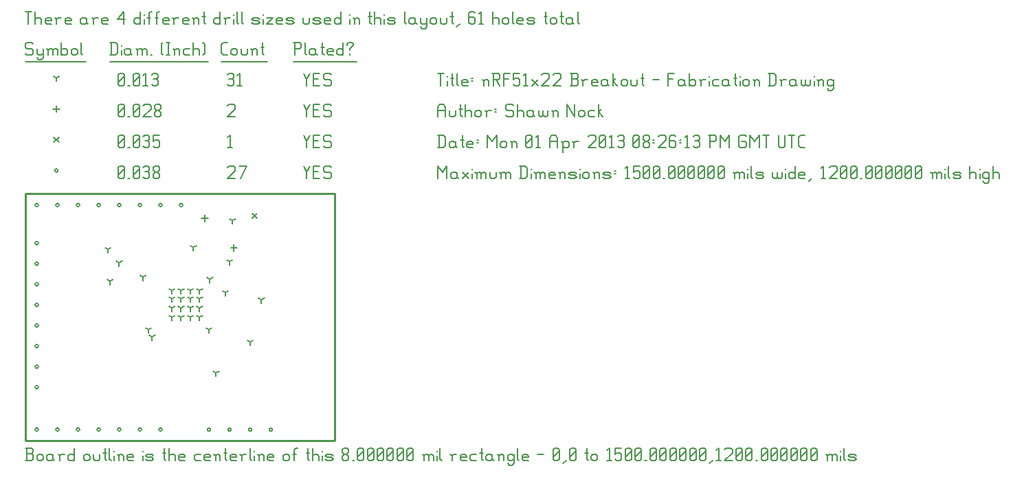
<source format=gbr>
G04 start of page 12 for group -3984 idx -3984 *
G04 Title: nRF51x22 Breakout, fab *
G04 Creator: pcb 1.99z *
G04 CreationDate: Mon 01 Apr 2013 08:26:13 PM GMT UTC *
G04 For: nock *
G04 Format: Gerber/RS-274X *
G04 PCB-Dimensions (mil): 1500.00 1200.00 *
G04 PCB-Coordinate-Origin: lower left *
%MOIN*%
%FSLAX25Y25*%
%LNFAB*%
%ADD49C,0.0100*%
%ADD48C,0.0075*%
%ADD47C,0.0060*%
%ADD46R,0.0080X0.0080*%
G54D46*X4700Y5500D02*G75*G03X6300Y5500I800J0D01*G01*
G75*G03X4700Y5500I-800J0D01*G01*
X14700D02*G75*G03X16300Y5500I800J0D01*G01*
G75*G03X14700Y5500I-800J0D01*G01*
X24700D02*G75*G03X26300Y5500I800J0D01*G01*
G75*G03X24700Y5500I-800J0D01*G01*
X34700D02*G75*G03X36300Y5500I800J0D01*G01*
G75*G03X34700Y5500I-800J0D01*G01*
X44700D02*G75*G03X46300Y5500I800J0D01*G01*
G75*G03X44700Y5500I-800J0D01*G01*
X54700D02*G75*G03X56300Y5500I800J0D01*G01*
G75*G03X54700Y5500I-800J0D01*G01*
X64700D02*G75*G03X66300Y5500I800J0D01*G01*
G75*G03X64700Y5500I-800J0D01*G01*
X4700Y96000D02*G75*G03X6300Y96000I800J0D01*G01*
G75*G03X4700Y96000I-800J0D01*G01*
Y86000D02*G75*G03X6300Y86000I800J0D01*G01*
G75*G03X4700Y86000I-800J0D01*G01*
Y76000D02*G75*G03X6300Y76000I800J0D01*G01*
G75*G03X4700Y76000I-800J0D01*G01*
Y66000D02*G75*G03X6300Y66000I800J0D01*G01*
G75*G03X4700Y66000I-800J0D01*G01*
Y56000D02*G75*G03X6300Y56000I800J0D01*G01*
G75*G03X4700Y56000I-800J0D01*G01*
Y46000D02*G75*G03X6300Y46000I800J0D01*G01*
G75*G03X4700Y46000I-800J0D01*G01*
Y36000D02*G75*G03X6300Y36000I800J0D01*G01*
G75*G03X4700Y36000I-800J0D01*G01*
Y26000D02*G75*G03X6300Y26000I800J0D01*G01*
G75*G03X4700Y26000I-800J0D01*G01*
Y114500D02*G75*G03X6300Y114500I800J0D01*G01*
G75*G03X4700Y114500I-800J0D01*G01*
X14700D02*G75*G03X16300Y114500I800J0D01*G01*
G75*G03X14700Y114500I-800J0D01*G01*
X24700D02*G75*G03X26300Y114500I800J0D01*G01*
G75*G03X24700Y114500I-800J0D01*G01*
X34700D02*G75*G03X36300Y114500I800J0D01*G01*
G75*G03X34700Y114500I-800J0D01*G01*
X44700D02*G75*G03X46300Y114500I800J0D01*G01*
G75*G03X44700Y114500I-800J0D01*G01*
X54700D02*G75*G03X56300Y114500I800J0D01*G01*
G75*G03X54700Y114500I-800J0D01*G01*
X64700D02*G75*G03X66300Y114500I800J0D01*G01*
G75*G03X64700Y114500I-800J0D01*G01*
X74700D02*G75*G03X76300Y114500I800J0D01*G01*
G75*G03X74700Y114500I-800J0D01*G01*
X88200Y5500D02*G75*G03X89800Y5500I800J0D01*G01*
G75*G03X88200Y5500I-800J0D01*G01*
X98200D02*G75*G03X99800Y5500I800J0D01*G01*
G75*G03X98200Y5500I-800J0D01*G01*
X108200D02*G75*G03X109800Y5500I800J0D01*G01*
G75*G03X108200Y5500I-800J0D01*G01*
X118200D02*G75*G03X119800Y5500I800J0D01*G01*
G75*G03X118200Y5500I-800J0D01*G01*
X14200Y131250D02*G75*G03X15800Y131250I800J0D01*G01*
G75*G03X14200Y131250I-800J0D01*G01*
G54D47*X135000Y133500D02*X136500Y130500D01*
X138000Y133500D01*
X136500Y130500D02*Y127500D01*
X139800Y130800D02*X142050D01*
X139800Y127500D02*X142800D01*
X139800Y133500D02*Y127500D01*
Y133500D02*X142800D01*
X147600D02*X148350Y132750D01*
X145350Y133500D02*X147600D01*
X144600Y132750D02*X145350Y133500D01*
X144600Y132750D02*Y131250D01*
X145350Y130500D01*
X147600D01*
X148350Y129750D01*
Y128250D01*
X147600Y127500D02*X148350Y128250D01*
X145350Y127500D02*X147600D01*
X144600Y128250D02*X145350Y127500D01*
X98000Y132750D02*X98750Y133500D01*
X101000D01*
X101750Y132750D01*
Y131250D01*
X98000Y127500D02*X101750Y131250D01*
X98000Y127500D02*X101750D01*
X104300D02*X107300Y133500D01*
X103550D02*X107300D01*
X45000Y128250D02*X45750Y127500D01*
X45000Y132750D02*Y128250D01*
Y132750D02*X45750Y133500D01*
X47250D01*
X48000Y132750D01*
Y128250D01*
X47250Y127500D02*X48000Y128250D01*
X45750Y127500D02*X47250D01*
X45000Y129000D02*X48000Y132000D01*
X49800Y127500D02*X50550D01*
X52350Y128250D02*X53100Y127500D01*
X52350Y132750D02*Y128250D01*
Y132750D02*X53100Y133500D01*
X54600D01*
X55350Y132750D01*
Y128250D01*
X54600Y127500D02*X55350Y128250D01*
X53100Y127500D02*X54600D01*
X52350Y129000D02*X55350Y132000D01*
X57150Y132750D02*X57900Y133500D01*
X59400D01*
X60150Y132750D01*
X59400Y127500D02*X60150Y128250D01*
X57900Y127500D02*X59400D01*
X57150Y128250D02*X57900Y127500D01*
Y130800D02*X59400D01*
X60150Y132750D02*Y131550D01*
Y130050D02*Y128250D01*
Y130050D02*X59400Y130800D01*
X60150Y131550D02*X59400Y130800D01*
X61950Y128250D02*X62700Y127500D01*
X61950Y129450D02*Y128250D01*
Y129450D02*X63000Y130500D01*
X63900D01*
X64950Y129450D01*
Y128250D01*
X64200Y127500D02*X64950Y128250D01*
X62700Y127500D02*X64200D01*
X61950Y131550D02*X63000Y130500D01*
X61950Y132750D02*Y131550D01*
Y132750D02*X62700Y133500D01*
X64200D01*
X64950Y132750D01*
Y131550D01*
X63900Y130500D02*X64950Y131550D01*
X109918Y110582D02*X112318Y108182D01*
X109918D02*X112318Y110582D01*
X13800Y147450D02*X16200Y145050D01*
X13800D02*X16200Y147450D01*
X135000Y148500D02*X136500Y145500D01*
X138000Y148500D01*
X136500Y145500D02*Y142500D01*
X139800Y145800D02*X142050D01*
X139800Y142500D02*X142800D01*
X139800Y148500D02*Y142500D01*
Y148500D02*X142800D01*
X147600D02*X148350Y147750D01*
X145350Y148500D02*X147600D01*
X144600Y147750D02*X145350Y148500D01*
X144600Y147750D02*Y146250D01*
X145350Y145500D01*
X147600D01*
X148350Y144750D01*
Y143250D01*
X147600Y142500D02*X148350Y143250D01*
X145350Y142500D02*X147600D01*
X144600Y143250D02*X145350Y142500D01*
X98000Y147300D02*X99200Y148500D01*
Y142500D01*
X98000D02*X100250D01*
X45000Y143250D02*X45750Y142500D01*
X45000Y147750D02*Y143250D01*
Y147750D02*X45750Y148500D01*
X47250D01*
X48000Y147750D01*
Y143250D01*
X47250Y142500D02*X48000Y143250D01*
X45750Y142500D02*X47250D01*
X45000Y144000D02*X48000Y147000D01*
X49800Y142500D02*X50550D01*
X52350Y143250D02*X53100Y142500D01*
X52350Y147750D02*Y143250D01*
Y147750D02*X53100Y148500D01*
X54600D01*
X55350Y147750D01*
Y143250D01*
X54600Y142500D02*X55350Y143250D01*
X53100Y142500D02*X54600D01*
X52350Y144000D02*X55350Y147000D01*
X57150Y147750D02*X57900Y148500D01*
X59400D01*
X60150Y147750D01*
X59400Y142500D02*X60150Y143250D01*
X57900Y142500D02*X59400D01*
X57150Y143250D02*X57900Y142500D01*
Y145800D02*X59400D01*
X60150Y147750D02*Y146550D01*
Y145050D02*Y143250D01*
Y145050D02*X59400Y145800D01*
X60150Y146550D02*X59400Y145800D01*
X61950Y148500D02*X64950D01*
X61950D02*Y145500D01*
X62700Y146250D01*
X64200D01*
X64950Y145500D01*
Y143250D01*
X64200Y142500D02*X64950Y143250D01*
X62700Y142500D02*X64200D01*
X61950Y143250D02*X62700Y142500D01*
X101142Y95458D02*Y92258D01*
X99542Y93858D02*X102742D01*
X87000Y109600D02*Y106400D01*
X85400Y108000D02*X88600D01*
X15000Y162850D02*Y159650D01*
X13400Y161250D02*X16600D01*
X135000Y163500D02*X136500Y160500D01*
X138000Y163500D01*
X136500Y160500D02*Y157500D01*
X139800Y160800D02*X142050D01*
X139800Y157500D02*X142800D01*
X139800Y163500D02*Y157500D01*
Y163500D02*X142800D01*
X147600D02*X148350Y162750D01*
X145350Y163500D02*X147600D01*
X144600Y162750D02*X145350Y163500D01*
X144600Y162750D02*Y161250D01*
X145350Y160500D01*
X147600D01*
X148350Y159750D01*
Y158250D01*
X147600Y157500D02*X148350Y158250D01*
X145350Y157500D02*X147600D01*
X144600Y158250D02*X145350Y157500D01*
X98000Y162750D02*X98750Y163500D01*
X101000D01*
X101750Y162750D01*
Y161250D01*
X98000Y157500D02*X101750Y161250D01*
X98000Y157500D02*X101750D01*
X45000Y158250D02*X45750Y157500D01*
X45000Y162750D02*Y158250D01*
Y162750D02*X45750Y163500D01*
X47250D01*
X48000Y162750D01*
Y158250D01*
X47250Y157500D02*X48000Y158250D01*
X45750Y157500D02*X47250D01*
X45000Y159000D02*X48000Y162000D01*
X49800Y157500D02*X50550D01*
X52350Y158250D02*X53100Y157500D01*
X52350Y162750D02*Y158250D01*
Y162750D02*X53100Y163500D01*
X54600D01*
X55350Y162750D01*
Y158250D01*
X54600Y157500D02*X55350Y158250D01*
X53100Y157500D02*X54600D01*
X52350Y159000D02*X55350Y162000D01*
X57150Y162750D02*X57900Y163500D01*
X60150D01*
X60900Y162750D01*
Y161250D01*
X57150Y157500D02*X60900Y161250D01*
X57150Y157500D02*X60900D01*
X62700Y158250D02*X63450Y157500D01*
X62700Y159450D02*Y158250D01*
Y159450D02*X63750Y160500D01*
X64650D01*
X65700Y159450D01*
Y158250D01*
X64950Y157500D02*X65700Y158250D01*
X63450Y157500D02*X64950D01*
X62700Y161550D02*X63750Y160500D01*
X62700Y162750D02*Y161550D01*
Y162750D02*X63450Y163500D01*
X64950D01*
X65700Y162750D01*
Y161550D01*
X64650Y160500D02*X65700Y161550D01*
X61500Y50500D02*Y48900D01*
Y50500D02*X62887Y51300D01*
X61500Y50500D02*X60113Y51300D01*
X59707Y54000D02*Y52400D01*
Y54000D02*X61094Y54800D01*
X59707Y54000D02*X58320Y54800D01*
X89000Y54000D02*Y52400D01*
Y54000D02*X90387Y54800D01*
X89000Y54000D02*X87613Y54800D01*
X109000Y48000D02*Y46400D01*
Y48000D02*X110387Y48800D01*
X109000Y48000D02*X107613Y48800D01*
X92500Y33000D02*Y31400D01*
Y33000D02*X93887Y33800D01*
X92500Y33000D02*X91113Y33800D01*
X114500Y68500D02*Y66900D01*
Y68500D02*X115887Y69300D01*
X114500Y68500D02*X113113Y69300D01*
X100500Y107000D02*Y105400D01*
Y107000D02*X101887Y107800D01*
X100500Y107000D02*X99113Y107800D01*
X81500Y94000D02*Y92400D01*
Y94000D02*X82887Y94800D01*
X81500Y94000D02*X80113Y94800D01*
X40000Y93000D02*Y91400D01*
Y93000D02*X41387Y93800D01*
X40000Y93000D02*X38613Y93800D01*
X45500Y86500D02*Y84900D01*
Y86500D02*X46887Y87300D01*
X45500Y86500D02*X44113Y87300D01*
X41000Y77500D02*Y75900D01*
Y77500D02*X42387Y78300D01*
X41000Y77500D02*X39613Y78300D01*
X71000Y73000D02*Y71400D01*
Y73000D02*X72387Y73800D01*
X71000Y73000D02*X69613Y73800D01*
X75500Y73000D02*Y71400D01*
Y73000D02*X76887Y73800D01*
X75500Y73000D02*X74113Y73800D01*
X80000Y73000D02*Y71400D01*
Y73000D02*X81387Y73800D01*
X80000Y73000D02*X78613Y73800D01*
X84500Y73000D02*Y71400D01*
Y73000D02*X85887Y73800D01*
X84500Y73000D02*X83113Y73800D01*
X84500Y69000D02*Y67400D01*
Y69000D02*X85887Y69800D01*
X84500Y69000D02*X83113Y69800D01*
X80000Y69000D02*Y67400D01*
Y69000D02*X81387Y69800D01*
X80000Y69000D02*X78613Y69800D01*
X75500Y69000D02*Y67400D01*
Y69000D02*X76887Y69800D01*
X75500Y69000D02*X74113Y69800D01*
X71000Y69000D02*Y67400D01*
Y69000D02*X72387Y69800D01*
X71000Y69000D02*X69613Y69800D01*
X71000Y64500D02*Y62900D01*
Y64500D02*X72387Y65300D01*
X71000Y64500D02*X69613Y65300D01*
X75500Y64500D02*Y62900D01*
Y64500D02*X76887Y65300D01*
X75500Y64500D02*X74113Y65300D01*
X80000Y64500D02*Y62900D01*
Y64500D02*X81387Y65300D01*
X80000Y64500D02*X78613Y65300D01*
X84500Y64500D02*Y62900D01*
Y64500D02*X85887Y65300D01*
X84500Y64500D02*X83113Y65300D01*
X84500Y60000D02*Y58400D01*
Y60000D02*X85887Y60800D01*
X84500Y60000D02*X83113Y60800D01*
X80000Y60000D02*Y58400D01*
Y60000D02*X81387Y60800D01*
X80000Y60000D02*X78613Y60800D01*
X75500Y60000D02*Y58400D01*
Y60000D02*X76887Y60800D01*
X75500Y60000D02*X74113Y60800D01*
X71000Y60000D02*Y58400D01*
Y60000D02*X72387Y60800D01*
X71000Y60000D02*X69613Y60800D01*
X57000Y79500D02*Y77900D01*
Y79500D02*X58387Y80300D01*
X57000Y79500D02*X55613Y80300D01*
X89500Y78500D02*Y76900D01*
Y78500D02*X90887Y79300D01*
X89500Y78500D02*X88113Y79300D01*
X99000Y87000D02*Y85400D01*
Y87000D02*X100387Y87800D01*
X99000Y87000D02*X97613Y87800D01*
X97000Y72000D02*Y70400D01*
Y72000D02*X98387Y72800D01*
X97000Y72000D02*X95613Y72800D01*
X15000Y176250D02*Y174650D01*
Y176250D02*X16387Y177050D01*
X15000Y176250D02*X13613Y177050D01*
X135000Y178500D02*X136500Y175500D01*
X138000Y178500D01*
X136500Y175500D02*Y172500D01*
X139800Y175800D02*X142050D01*
X139800Y172500D02*X142800D01*
X139800Y178500D02*Y172500D01*
Y178500D02*X142800D01*
X147600D02*X148350Y177750D01*
X145350Y178500D02*X147600D01*
X144600Y177750D02*X145350Y178500D01*
X144600Y177750D02*Y176250D01*
X145350Y175500D01*
X147600D01*
X148350Y174750D01*
Y173250D01*
X147600Y172500D02*X148350Y173250D01*
X145350Y172500D02*X147600D01*
X144600Y173250D02*X145350Y172500D01*
X98000Y177750D02*X98750Y178500D01*
X100250D01*
X101000Y177750D01*
X100250Y172500D02*X101000Y173250D01*
X98750Y172500D02*X100250D01*
X98000Y173250D02*X98750Y172500D01*
Y175800D02*X100250D01*
X101000Y177750D02*Y176550D01*
Y175050D02*Y173250D01*
Y175050D02*X100250Y175800D01*
X101000Y176550D02*X100250Y175800D01*
X102800Y177300D02*X104000Y178500D01*
Y172500D01*
X102800D02*X105050D01*
X45000Y173250D02*X45750Y172500D01*
X45000Y177750D02*Y173250D01*
Y177750D02*X45750Y178500D01*
X47250D01*
X48000Y177750D01*
Y173250D01*
X47250Y172500D02*X48000Y173250D01*
X45750Y172500D02*X47250D01*
X45000Y174000D02*X48000Y177000D01*
X49800Y172500D02*X50550D01*
X52350Y173250D02*X53100Y172500D01*
X52350Y177750D02*Y173250D01*
Y177750D02*X53100Y178500D01*
X54600D01*
X55350Y177750D01*
Y173250D01*
X54600Y172500D02*X55350Y173250D01*
X53100Y172500D02*X54600D01*
X52350Y174000D02*X55350Y177000D01*
X57150Y177300D02*X58350Y178500D01*
Y172500D01*
X57150D02*X59400D01*
X61200Y177750D02*X61950Y178500D01*
X63450D01*
X64200Y177750D01*
X63450Y172500D02*X64200Y173250D01*
X61950Y172500D02*X63450D01*
X61200Y173250D02*X61950Y172500D01*
Y175800D02*X63450D01*
X64200Y177750D02*Y176550D01*
Y175050D02*Y173250D01*
Y175050D02*X63450Y175800D01*
X64200Y176550D02*X63450Y175800D01*
X3000Y193500D02*X3750Y192750D01*
X750Y193500D02*X3000D01*
X0Y192750D02*X750Y193500D01*
X0Y192750D02*Y191250D01*
X750Y190500D01*
X3000D01*
X3750Y189750D01*
Y188250D01*
X3000Y187500D02*X3750Y188250D01*
X750Y187500D02*X3000D01*
X0Y188250D02*X750Y187500D01*
X5550Y190500D02*Y188250D01*
X6300Y187500D01*
X8550Y190500D02*Y186000D01*
X7800Y185250D02*X8550Y186000D01*
X6300Y185250D02*X7800D01*
X5550Y186000D02*X6300Y185250D01*
Y187500D02*X7800D01*
X8550Y188250D01*
X11100Y189750D02*Y187500D01*
Y189750D02*X11850Y190500D01*
X12600D01*
X13350Y189750D01*
Y187500D01*
Y189750D02*X14100Y190500D01*
X14850D01*
X15600Y189750D01*
Y187500D01*
X10350Y190500D02*X11100Y189750D01*
X17400Y193500D02*Y187500D01*
Y188250D02*X18150Y187500D01*
X19650D01*
X20400Y188250D01*
Y189750D02*Y188250D01*
X19650Y190500D02*X20400Y189750D01*
X18150Y190500D02*X19650D01*
X17400Y189750D02*X18150Y190500D01*
X22200Y189750D02*Y188250D01*
Y189750D02*X22950Y190500D01*
X24450D01*
X25200Y189750D01*
Y188250D01*
X24450Y187500D02*X25200Y188250D01*
X22950Y187500D02*X24450D01*
X22200Y188250D02*X22950Y187500D01*
X27000Y193500D02*Y188250D01*
X27750Y187500D01*
X0Y184250D02*X29250D01*
X41750Y193500D02*Y187500D01*
X43700Y193500D02*X44750Y192450D01*
Y188550D01*
X43700Y187500D02*X44750Y188550D01*
X41000Y187500D02*X43700D01*
X41000Y193500D02*X43700D01*
G54D48*X46550Y192000D02*Y191850D01*
G54D47*Y189750D02*Y187500D01*
X50300Y190500D02*X51050Y189750D01*
X48800Y190500D02*X50300D01*
X48050Y189750D02*X48800Y190500D01*
X48050Y189750D02*Y188250D01*
X48800Y187500D01*
X51050Y190500D02*Y188250D01*
X51800Y187500D01*
X48800D02*X50300D01*
X51050Y188250D01*
X54350Y189750D02*Y187500D01*
Y189750D02*X55100Y190500D01*
X55850D01*
X56600Y189750D01*
Y187500D01*
Y189750D02*X57350Y190500D01*
X58100D01*
X58850Y189750D01*
Y187500D01*
X53600Y190500D02*X54350Y189750D01*
X60650Y187500D02*X61400D01*
X65900Y188250D02*X66650Y187500D01*
X65900Y192750D02*X66650Y193500D01*
X65900Y192750D02*Y188250D01*
X68450Y193500D02*X69950D01*
X69200D02*Y187500D01*
X68450D02*X69950D01*
X72500Y189750D02*Y187500D01*
Y189750D02*X73250Y190500D01*
X74000D01*
X74750Y189750D01*
Y187500D01*
X71750Y190500D02*X72500Y189750D01*
X77300Y190500D02*X79550D01*
X76550Y189750D02*X77300Y190500D01*
X76550Y189750D02*Y188250D01*
X77300Y187500D01*
X79550D01*
X81350Y193500D02*Y187500D01*
Y189750D02*X82100Y190500D01*
X83600D01*
X84350Y189750D01*
Y187500D01*
X86150Y193500D02*X86900Y192750D01*
Y188250D01*
X86150Y187500D02*X86900Y188250D01*
X41000Y184250D02*X88700D01*
X96050Y187500D02*X98000D01*
X95000Y188550D02*X96050Y187500D01*
X95000Y192450D02*Y188550D01*
Y192450D02*X96050Y193500D01*
X98000D01*
X99800Y189750D02*Y188250D01*
Y189750D02*X100550Y190500D01*
X102050D01*
X102800Y189750D01*
Y188250D01*
X102050Y187500D02*X102800Y188250D01*
X100550Y187500D02*X102050D01*
X99800Y188250D02*X100550Y187500D01*
X104600Y190500D02*Y188250D01*
X105350Y187500D01*
X106850D01*
X107600Y188250D01*
Y190500D02*Y188250D01*
X110150Y189750D02*Y187500D01*
Y189750D02*X110900Y190500D01*
X111650D01*
X112400Y189750D01*
Y187500D01*
X109400Y190500D02*X110150Y189750D01*
X114950Y193500D02*Y188250D01*
X115700Y187500D01*
X114200Y191250D02*X115700D01*
X95000Y184250D02*X117200D01*
X130750Y193500D02*Y187500D01*
X130000Y193500D02*X133000D01*
X133750Y192750D01*
Y191250D01*
X133000Y190500D02*X133750Y191250D01*
X130750Y190500D02*X133000D01*
X135550Y193500D02*Y188250D01*
X136300Y187500D01*
X140050Y190500D02*X140800Y189750D01*
X138550Y190500D02*X140050D01*
X137800Y189750D02*X138550Y190500D01*
X137800Y189750D02*Y188250D01*
X138550Y187500D01*
X140800Y190500D02*Y188250D01*
X141550Y187500D01*
X138550D02*X140050D01*
X140800Y188250D01*
X144100Y193500D02*Y188250D01*
X144850Y187500D01*
X143350Y191250D02*X144850D01*
X147100Y187500D02*X149350D01*
X146350Y188250D02*X147100Y187500D01*
X146350Y189750D02*Y188250D01*
Y189750D02*X147100Y190500D01*
X148600D01*
X149350Y189750D01*
X146350Y189000D02*X149350D01*
Y189750D02*Y189000D01*
X154150Y193500D02*Y187500D01*
X153400D02*X154150Y188250D01*
X151900Y187500D02*X153400D01*
X151150Y188250D02*X151900Y187500D01*
X151150Y189750D02*Y188250D01*
Y189750D02*X151900Y190500D01*
X153400D01*
X154150Y189750D01*
X157450Y190500D02*Y189750D01*
Y188250D02*Y187500D01*
X155950Y192750D02*Y192000D01*
Y192750D02*X156700Y193500D01*
X158200D01*
X158950Y192750D01*
Y192000D01*
X157450Y190500D02*X158950Y192000D01*
X130000Y184250D02*X160750D01*
X0Y208500D02*X3000D01*
X1500D02*Y202500D01*
X4800Y208500D02*Y202500D01*
Y204750D02*X5550Y205500D01*
X7050D01*
X7800Y204750D01*
Y202500D01*
X10350D02*X12600D01*
X9600Y203250D02*X10350Y202500D01*
X9600Y204750D02*Y203250D01*
Y204750D02*X10350Y205500D01*
X11850D01*
X12600Y204750D01*
X9600Y204000D02*X12600D01*
Y204750D02*Y204000D01*
X15150Y204750D02*Y202500D01*
Y204750D02*X15900Y205500D01*
X17400D01*
X14400D02*X15150Y204750D01*
X19950Y202500D02*X22200D01*
X19200Y203250D02*X19950Y202500D01*
X19200Y204750D02*Y203250D01*
Y204750D02*X19950Y205500D01*
X21450D01*
X22200Y204750D01*
X19200Y204000D02*X22200D01*
Y204750D02*Y204000D01*
X28950Y205500D02*X29700Y204750D01*
X27450Y205500D02*X28950D01*
X26700Y204750D02*X27450Y205500D01*
X26700Y204750D02*Y203250D01*
X27450Y202500D01*
X29700Y205500D02*Y203250D01*
X30450Y202500D01*
X27450D02*X28950D01*
X29700Y203250D01*
X33000Y204750D02*Y202500D01*
Y204750D02*X33750Y205500D01*
X35250D01*
X32250D02*X33000Y204750D01*
X37800Y202500D02*X40050D01*
X37050Y203250D02*X37800Y202500D01*
X37050Y204750D02*Y203250D01*
Y204750D02*X37800Y205500D01*
X39300D01*
X40050Y204750D01*
X37050Y204000D02*X40050D01*
Y204750D02*Y204000D01*
X44550Y204750D02*X47550Y208500D01*
X44550Y204750D02*X48300D01*
X47550Y208500D02*Y202500D01*
X55800Y208500D02*Y202500D01*
X55050D02*X55800Y203250D01*
X53550Y202500D02*X55050D01*
X52800Y203250D02*X53550Y202500D01*
X52800Y204750D02*Y203250D01*
Y204750D02*X53550Y205500D01*
X55050D01*
X55800Y204750D01*
G54D48*X57600Y207000D02*Y206850D01*
G54D47*Y204750D02*Y202500D01*
X59850Y207750D02*Y202500D01*
Y207750D02*X60600Y208500D01*
X61350D01*
X59100Y205500D02*X60600D01*
X63600Y207750D02*Y202500D01*
Y207750D02*X64350Y208500D01*
X65100D01*
X62850Y205500D02*X64350D01*
X67350Y202500D02*X69600D01*
X66600Y203250D02*X67350Y202500D01*
X66600Y204750D02*Y203250D01*
Y204750D02*X67350Y205500D01*
X68850D01*
X69600Y204750D01*
X66600Y204000D02*X69600D01*
Y204750D02*Y204000D01*
X72150Y204750D02*Y202500D01*
Y204750D02*X72900Y205500D01*
X74400D01*
X71400D02*X72150Y204750D01*
X76950Y202500D02*X79200D01*
X76200Y203250D02*X76950Y202500D01*
X76200Y204750D02*Y203250D01*
Y204750D02*X76950Y205500D01*
X78450D01*
X79200Y204750D01*
X76200Y204000D02*X79200D01*
Y204750D02*Y204000D01*
X81750Y204750D02*Y202500D01*
Y204750D02*X82500Y205500D01*
X83250D01*
X84000Y204750D01*
Y202500D01*
X81000Y205500D02*X81750Y204750D01*
X86550Y208500D02*Y203250D01*
X87300Y202500D01*
X85800Y206250D02*X87300D01*
X94500Y208500D02*Y202500D01*
X93750D02*X94500Y203250D01*
X92250Y202500D02*X93750D01*
X91500Y203250D02*X92250Y202500D01*
X91500Y204750D02*Y203250D01*
Y204750D02*X92250Y205500D01*
X93750D01*
X94500Y204750D01*
X97050D02*Y202500D01*
Y204750D02*X97800Y205500D01*
X99300D01*
X96300D02*X97050Y204750D01*
G54D48*X101100Y207000D02*Y206850D01*
G54D47*Y204750D02*Y202500D01*
X102600Y208500D02*Y203250D01*
X103350Y202500D01*
X104850Y208500D02*Y203250D01*
X105600Y202500D01*
X110550D02*X112800D01*
X113550Y203250D01*
X112800Y204000D02*X113550Y203250D01*
X110550Y204000D02*X112800D01*
X109800Y204750D02*X110550Y204000D01*
X109800Y204750D02*X110550Y205500D01*
X112800D01*
X113550Y204750D01*
X109800Y203250D02*X110550Y202500D01*
G54D48*X115350Y207000D02*Y206850D01*
G54D47*Y204750D02*Y202500D01*
X116850Y205500D02*X119850D01*
X116850Y202500D02*X119850Y205500D01*
X116850Y202500D02*X119850D01*
X122400D02*X124650D01*
X121650Y203250D02*X122400Y202500D01*
X121650Y204750D02*Y203250D01*
Y204750D02*X122400Y205500D01*
X123900D01*
X124650Y204750D01*
X121650Y204000D02*X124650D01*
Y204750D02*Y204000D01*
X127200Y202500D02*X129450D01*
X130200Y203250D01*
X129450Y204000D02*X130200Y203250D01*
X127200Y204000D02*X129450D01*
X126450Y204750D02*X127200Y204000D01*
X126450Y204750D02*X127200Y205500D01*
X129450D01*
X130200Y204750D01*
X126450Y203250D02*X127200Y202500D01*
X134700Y205500D02*Y203250D01*
X135450Y202500D01*
X136950D01*
X137700Y203250D01*
Y205500D02*Y203250D01*
X140250Y202500D02*X142500D01*
X143250Y203250D01*
X142500Y204000D02*X143250Y203250D01*
X140250Y204000D02*X142500D01*
X139500Y204750D02*X140250Y204000D01*
X139500Y204750D02*X140250Y205500D01*
X142500D01*
X143250Y204750D01*
X139500Y203250D02*X140250Y202500D01*
X145800D02*X148050D01*
X145050Y203250D02*X145800Y202500D01*
X145050Y204750D02*Y203250D01*
Y204750D02*X145800Y205500D01*
X147300D01*
X148050Y204750D01*
X145050Y204000D02*X148050D01*
Y204750D02*Y204000D01*
X152850Y208500D02*Y202500D01*
X152100D02*X152850Y203250D01*
X150600Y202500D02*X152100D01*
X149850Y203250D02*X150600Y202500D01*
X149850Y204750D02*Y203250D01*
Y204750D02*X150600Y205500D01*
X152100D01*
X152850Y204750D01*
G54D48*X157350Y207000D02*Y206850D01*
G54D47*Y204750D02*Y202500D01*
X159600Y204750D02*Y202500D01*
Y204750D02*X160350Y205500D01*
X161100D01*
X161850Y204750D01*
Y202500D01*
X158850Y205500D02*X159600Y204750D01*
X167100Y208500D02*Y203250D01*
X167850Y202500D01*
X166350Y206250D02*X167850D01*
X169350Y208500D02*Y202500D01*
Y204750D02*X170100Y205500D01*
X171600D01*
X172350Y204750D01*
Y202500D01*
G54D48*X174150Y207000D02*Y206850D01*
G54D47*Y204750D02*Y202500D01*
X176400D02*X178650D01*
X179400Y203250D01*
X178650Y204000D02*X179400Y203250D01*
X176400Y204000D02*X178650D01*
X175650Y204750D02*X176400Y204000D01*
X175650Y204750D02*X176400Y205500D01*
X178650D01*
X179400Y204750D01*
X175650Y203250D02*X176400Y202500D01*
X183900Y208500D02*Y203250D01*
X184650Y202500D01*
X188400Y205500D02*X189150Y204750D01*
X186900Y205500D02*X188400D01*
X186150Y204750D02*X186900Y205500D01*
X186150Y204750D02*Y203250D01*
X186900Y202500D01*
X189150Y205500D02*Y203250D01*
X189900Y202500D01*
X186900D02*X188400D01*
X189150Y203250D01*
X191700Y205500D02*Y203250D01*
X192450Y202500D01*
X194700Y205500D02*Y201000D01*
X193950Y200250D02*X194700Y201000D01*
X192450Y200250D02*X193950D01*
X191700Y201000D02*X192450Y200250D01*
Y202500D02*X193950D01*
X194700Y203250D01*
X196500Y204750D02*Y203250D01*
Y204750D02*X197250Y205500D01*
X198750D01*
X199500Y204750D01*
Y203250D01*
X198750Y202500D02*X199500Y203250D01*
X197250Y202500D02*X198750D01*
X196500Y203250D02*X197250Y202500D01*
X201300Y205500D02*Y203250D01*
X202050Y202500D01*
X203550D01*
X204300Y203250D01*
Y205500D02*Y203250D01*
X206850Y208500D02*Y203250D01*
X207600Y202500D01*
X206100Y206250D02*X207600D01*
X209100Y201000D02*X210600Y202500D01*
X217350Y208500D02*X218100Y207750D01*
X215850Y208500D02*X217350D01*
X215100Y207750D02*X215850Y208500D01*
X215100Y207750D02*Y203250D01*
X215850Y202500D01*
X217350Y205800D02*X218100Y205050D01*
X215100Y205800D02*X217350D01*
X215850Y202500D02*X217350D01*
X218100Y203250D01*
Y205050D02*Y203250D01*
X219900Y207300D02*X221100Y208500D01*
Y202500D01*
X219900D02*X222150D01*
X226650Y208500D02*Y202500D01*
Y204750D02*X227400Y205500D01*
X228900D01*
X229650Y204750D01*
Y202500D01*
X231450Y204750D02*Y203250D01*
Y204750D02*X232200Y205500D01*
X233700D01*
X234450Y204750D01*
Y203250D01*
X233700Y202500D02*X234450Y203250D01*
X232200Y202500D02*X233700D01*
X231450Y203250D02*X232200Y202500D01*
X236250Y208500D02*Y203250D01*
X237000Y202500D01*
X239250D02*X241500D01*
X238500Y203250D02*X239250Y202500D01*
X238500Y204750D02*Y203250D01*
Y204750D02*X239250Y205500D01*
X240750D01*
X241500Y204750D01*
X238500Y204000D02*X241500D01*
Y204750D02*Y204000D01*
X244050Y202500D02*X246300D01*
X247050Y203250D01*
X246300Y204000D02*X247050Y203250D01*
X244050Y204000D02*X246300D01*
X243300Y204750D02*X244050Y204000D01*
X243300Y204750D02*X244050Y205500D01*
X246300D01*
X247050Y204750D01*
X243300Y203250D02*X244050Y202500D01*
X252300Y208500D02*Y203250D01*
X253050Y202500D01*
X251550Y206250D02*X253050D01*
X254550Y204750D02*Y203250D01*
Y204750D02*X255300Y205500D01*
X256800D01*
X257550Y204750D01*
Y203250D01*
X256800Y202500D02*X257550Y203250D01*
X255300Y202500D02*X256800D01*
X254550Y203250D02*X255300Y202500D01*
X260100Y208500D02*Y203250D01*
X260850Y202500D01*
X259350Y206250D02*X260850D01*
X264600Y205500D02*X265350Y204750D01*
X263100Y205500D02*X264600D01*
X262350Y204750D02*X263100Y205500D01*
X262350Y204750D02*Y203250D01*
X263100Y202500D01*
X265350Y205500D02*Y203250D01*
X266100Y202500D01*
X263100D02*X264600D01*
X265350Y203250D01*
X267900Y208500D02*Y203250D01*
X268650Y202500D01*
G54D49*X0Y120000D02*X150000D01*
X0D02*Y0D01*
X150000Y120000D02*Y0D01*
X0D02*X150000D01*
G54D47*X200000Y133500D02*Y127500D01*
Y133500D02*X202250Y130500D01*
X204500Y133500D01*
Y127500D01*
X208550Y130500D02*X209300Y129750D01*
X207050Y130500D02*X208550D01*
X206300Y129750D02*X207050Y130500D01*
X206300Y129750D02*Y128250D01*
X207050Y127500D01*
X209300Y130500D02*Y128250D01*
X210050Y127500D01*
X207050D02*X208550D01*
X209300Y128250D01*
X211850Y130500D02*X214850Y127500D01*
X211850D02*X214850Y130500D01*
G54D48*X216650Y132000D02*Y131850D01*
G54D47*Y129750D02*Y127500D01*
X218900Y129750D02*Y127500D01*
Y129750D02*X219650Y130500D01*
X220400D01*
X221150Y129750D01*
Y127500D01*
Y129750D02*X221900Y130500D01*
X222650D01*
X223400Y129750D01*
Y127500D01*
X218150Y130500D02*X218900Y129750D01*
X225200Y130500D02*Y128250D01*
X225950Y127500D01*
X227450D01*
X228200Y128250D01*
Y130500D02*Y128250D01*
X230750Y129750D02*Y127500D01*
Y129750D02*X231500Y130500D01*
X232250D01*
X233000Y129750D01*
Y127500D01*
Y129750D02*X233750Y130500D01*
X234500D01*
X235250Y129750D01*
Y127500D01*
X230000Y130500D02*X230750Y129750D01*
X240500Y133500D02*Y127500D01*
X242450Y133500D02*X243500Y132450D01*
Y128550D01*
X242450Y127500D02*X243500Y128550D01*
X239750Y127500D02*X242450D01*
X239750Y133500D02*X242450D01*
G54D48*X245300Y132000D02*Y131850D01*
G54D47*Y129750D02*Y127500D01*
X247550Y129750D02*Y127500D01*
Y129750D02*X248300Y130500D01*
X249050D01*
X249800Y129750D01*
Y127500D01*
Y129750D02*X250550Y130500D01*
X251300D01*
X252050Y129750D01*
Y127500D01*
X246800Y130500D02*X247550Y129750D01*
X254600Y127500D02*X256850D01*
X253850Y128250D02*X254600Y127500D01*
X253850Y129750D02*Y128250D01*
Y129750D02*X254600Y130500D01*
X256100D01*
X256850Y129750D01*
X253850Y129000D02*X256850D01*
Y129750D02*Y129000D01*
X259400Y129750D02*Y127500D01*
Y129750D02*X260150Y130500D01*
X260900D01*
X261650Y129750D01*
Y127500D01*
X258650Y130500D02*X259400Y129750D01*
X264200Y127500D02*X266450D01*
X267200Y128250D01*
X266450Y129000D02*X267200Y128250D01*
X264200Y129000D02*X266450D01*
X263450Y129750D02*X264200Y129000D01*
X263450Y129750D02*X264200Y130500D01*
X266450D01*
X267200Y129750D01*
X263450Y128250D02*X264200Y127500D01*
G54D48*X269000Y132000D02*Y131850D01*
G54D47*Y129750D02*Y127500D01*
X270500Y129750D02*Y128250D01*
Y129750D02*X271250Y130500D01*
X272750D01*
X273500Y129750D01*
Y128250D01*
X272750Y127500D02*X273500Y128250D01*
X271250Y127500D02*X272750D01*
X270500Y128250D02*X271250Y127500D01*
X276050Y129750D02*Y127500D01*
Y129750D02*X276800Y130500D01*
X277550D01*
X278300Y129750D01*
Y127500D01*
X275300Y130500D02*X276050Y129750D01*
X280850Y127500D02*X283100D01*
X283850Y128250D01*
X283100Y129000D02*X283850Y128250D01*
X280850Y129000D02*X283100D01*
X280100Y129750D02*X280850Y129000D01*
X280100Y129750D02*X280850Y130500D01*
X283100D01*
X283850Y129750D01*
X280100Y128250D02*X280850Y127500D01*
X285650Y131250D02*X286400D01*
X285650Y129750D02*X286400D01*
X290900Y132300D02*X292100Y133500D01*
Y127500D01*
X290900D02*X293150D01*
X294950Y133500D02*X297950D01*
X294950D02*Y130500D01*
X295700Y131250D01*
X297200D01*
X297950Y130500D01*
Y128250D01*
X297200Y127500D02*X297950Y128250D01*
X295700Y127500D02*X297200D01*
X294950Y128250D02*X295700Y127500D01*
X299750Y128250D02*X300500Y127500D01*
X299750Y132750D02*Y128250D01*
Y132750D02*X300500Y133500D01*
X302000D01*
X302750Y132750D01*
Y128250D01*
X302000Y127500D02*X302750Y128250D01*
X300500Y127500D02*X302000D01*
X299750Y129000D02*X302750Y132000D01*
X304550Y128250D02*X305300Y127500D01*
X304550Y132750D02*Y128250D01*
Y132750D02*X305300Y133500D01*
X306800D01*
X307550Y132750D01*
Y128250D01*
X306800Y127500D02*X307550Y128250D01*
X305300Y127500D02*X306800D01*
X304550Y129000D02*X307550Y132000D01*
X309350Y127500D02*X310100D01*
X311900Y128250D02*X312650Y127500D01*
X311900Y132750D02*Y128250D01*
Y132750D02*X312650Y133500D01*
X314150D01*
X314900Y132750D01*
Y128250D01*
X314150Y127500D02*X314900Y128250D01*
X312650Y127500D02*X314150D01*
X311900Y129000D02*X314900Y132000D01*
X316700Y128250D02*X317450Y127500D01*
X316700Y132750D02*Y128250D01*
Y132750D02*X317450Y133500D01*
X318950D01*
X319700Y132750D01*
Y128250D01*
X318950Y127500D02*X319700Y128250D01*
X317450Y127500D02*X318950D01*
X316700Y129000D02*X319700Y132000D01*
X321500Y128250D02*X322250Y127500D01*
X321500Y132750D02*Y128250D01*
Y132750D02*X322250Y133500D01*
X323750D01*
X324500Y132750D01*
Y128250D01*
X323750Y127500D02*X324500Y128250D01*
X322250Y127500D02*X323750D01*
X321500Y129000D02*X324500Y132000D01*
X326300Y128250D02*X327050Y127500D01*
X326300Y132750D02*Y128250D01*
Y132750D02*X327050Y133500D01*
X328550D01*
X329300Y132750D01*
Y128250D01*
X328550Y127500D02*X329300Y128250D01*
X327050Y127500D02*X328550D01*
X326300Y129000D02*X329300Y132000D01*
X331100Y128250D02*X331850Y127500D01*
X331100Y132750D02*Y128250D01*
Y132750D02*X331850Y133500D01*
X333350D01*
X334100Y132750D01*
Y128250D01*
X333350Y127500D02*X334100Y128250D01*
X331850Y127500D02*X333350D01*
X331100Y129000D02*X334100Y132000D01*
X335900Y128250D02*X336650Y127500D01*
X335900Y132750D02*Y128250D01*
Y132750D02*X336650Y133500D01*
X338150D01*
X338900Y132750D01*
Y128250D01*
X338150Y127500D02*X338900Y128250D01*
X336650Y127500D02*X338150D01*
X335900Y129000D02*X338900Y132000D01*
X344150Y129750D02*Y127500D01*
Y129750D02*X344900Y130500D01*
X345650D01*
X346400Y129750D01*
Y127500D01*
Y129750D02*X347150Y130500D01*
X347900D01*
X348650Y129750D01*
Y127500D01*
X343400Y130500D02*X344150Y129750D01*
G54D48*X350450Y132000D02*Y131850D01*
G54D47*Y129750D02*Y127500D01*
X351950Y133500D02*Y128250D01*
X352700Y127500D01*
X354950D02*X357200D01*
X357950Y128250D01*
X357200Y129000D02*X357950Y128250D01*
X354950Y129000D02*X357200D01*
X354200Y129750D02*X354950Y129000D01*
X354200Y129750D02*X354950Y130500D01*
X357200D01*
X357950Y129750D01*
X354200Y128250D02*X354950Y127500D01*
X362450Y130500D02*Y128250D01*
X363200Y127500D01*
X363950D01*
X364700Y128250D01*
Y130500D02*Y128250D01*
X365450Y127500D01*
X366200D01*
X366950Y128250D01*
Y130500D02*Y128250D01*
G54D48*X368750Y132000D02*Y131850D01*
G54D47*Y129750D02*Y127500D01*
X373250Y133500D02*Y127500D01*
X372500D02*X373250Y128250D01*
X371000Y127500D02*X372500D01*
X370250Y128250D02*X371000Y127500D01*
X370250Y129750D02*Y128250D01*
Y129750D02*X371000Y130500D01*
X372500D01*
X373250Y129750D01*
X375800Y127500D02*X378050D01*
X375050Y128250D02*X375800Y127500D01*
X375050Y129750D02*Y128250D01*
Y129750D02*X375800Y130500D01*
X377300D01*
X378050Y129750D01*
X375050Y129000D02*X378050D01*
Y129750D02*Y129000D01*
X379850Y126000D02*X381350Y127500D01*
X385850Y132300D02*X387050Y133500D01*
Y127500D01*
X385850D02*X388100D01*
X389900Y132750D02*X390650Y133500D01*
X392900D01*
X393650Y132750D01*
Y131250D01*
X389900Y127500D02*X393650Y131250D01*
X389900Y127500D02*X393650D01*
X395450Y128250D02*X396200Y127500D01*
X395450Y132750D02*Y128250D01*
Y132750D02*X396200Y133500D01*
X397700D01*
X398450Y132750D01*
Y128250D01*
X397700Y127500D02*X398450Y128250D01*
X396200Y127500D02*X397700D01*
X395450Y129000D02*X398450Y132000D01*
X400250Y128250D02*X401000Y127500D01*
X400250Y132750D02*Y128250D01*
Y132750D02*X401000Y133500D01*
X402500D01*
X403250Y132750D01*
Y128250D01*
X402500Y127500D02*X403250Y128250D01*
X401000Y127500D02*X402500D01*
X400250Y129000D02*X403250Y132000D01*
X405050Y127500D02*X405800D01*
X407600Y128250D02*X408350Y127500D01*
X407600Y132750D02*Y128250D01*
Y132750D02*X408350Y133500D01*
X409850D01*
X410600Y132750D01*
Y128250D01*
X409850Y127500D02*X410600Y128250D01*
X408350Y127500D02*X409850D01*
X407600Y129000D02*X410600Y132000D01*
X412400Y128250D02*X413150Y127500D01*
X412400Y132750D02*Y128250D01*
Y132750D02*X413150Y133500D01*
X414650D01*
X415400Y132750D01*
Y128250D01*
X414650Y127500D02*X415400Y128250D01*
X413150Y127500D02*X414650D01*
X412400Y129000D02*X415400Y132000D01*
X417200Y128250D02*X417950Y127500D01*
X417200Y132750D02*Y128250D01*
Y132750D02*X417950Y133500D01*
X419450D01*
X420200Y132750D01*
Y128250D01*
X419450Y127500D02*X420200Y128250D01*
X417950Y127500D02*X419450D01*
X417200Y129000D02*X420200Y132000D01*
X422000Y128250D02*X422750Y127500D01*
X422000Y132750D02*Y128250D01*
Y132750D02*X422750Y133500D01*
X424250D01*
X425000Y132750D01*
Y128250D01*
X424250Y127500D02*X425000Y128250D01*
X422750Y127500D02*X424250D01*
X422000Y129000D02*X425000Y132000D01*
X426800Y128250D02*X427550Y127500D01*
X426800Y132750D02*Y128250D01*
Y132750D02*X427550Y133500D01*
X429050D01*
X429800Y132750D01*
Y128250D01*
X429050Y127500D02*X429800Y128250D01*
X427550Y127500D02*X429050D01*
X426800Y129000D02*X429800Y132000D01*
X431600Y128250D02*X432350Y127500D01*
X431600Y132750D02*Y128250D01*
Y132750D02*X432350Y133500D01*
X433850D01*
X434600Y132750D01*
Y128250D01*
X433850Y127500D02*X434600Y128250D01*
X432350Y127500D02*X433850D01*
X431600Y129000D02*X434600Y132000D01*
X439850Y129750D02*Y127500D01*
Y129750D02*X440600Y130500D01*
X441350D01*
X442100Y129750D01*
Y127500D01*
Y129750D02*X442850Y130500D01*
X443600D01*
X444350Y129750D01*
Y127500D01*
X439100Y130500D02*X439850Y129750D01*
G54D48*X446150Y132000D02*Y131850D01*
G54D47*Y129750D02*Y127500D01*
X447650Y133500D02*Y128250D01*
X448400Y127500D01*
X450650D02*X452900D01*
X453650Y128250D01*
X452900Y129000D02*X453650Y128250D01*
X450650Y129000D02*X452900D01*
X449900Y129750D02*X450650Y129000D01*
X449900Y129750D02*X450650Y130500D01*
X452900D01*
X453650Y129750D01*
X449900Y128250D02*X450650Y127500D01*
X458150Y133500D02*Y127500D01*
Y129750D02*X458900Y130500D01*
X460400D01*
X461150Y129750D01*
Y127500D01*
G54D48*X462950Y132000D02*Y131850D01*
G54D47*Y129750D02*Y127500D01*
X466700Y130500D02*X467450Y129750D01*
X465200Y130500D02*X466700D01*
X464450Y129750D02*X465200Y130500D01*
X464450Y129750D02*Y128250D01*
X465200Y127500D01*
X466700D01*
X467450Y128250D01*
X464450Y126000D02*X465200Y125250D01*
X466700D01*
X467450Y126000D01*
Y130500D02*Y126000D01*
X469250Y133500D02*Y127500D01*
Y129750D02*X470000Y130500D01*
X471500D01*
X472250Y129750D01*
Y127500D01*
X0Y-9500D02*X3000D01*
X3750Y-8750D01*
Y-6950D02*Y-8750D01*
X3000Y-6200D02*X3750Y-6950D01*
X750Y-6200D02*X3000D01*
X750Y-3500D02*Y-9500D01*
X0Y-3500D02*X3000D01*
X3750Y-4250D01*
Y-5450D01*
X3000Y-6200D02*X3750Y-5450D01*
X5550Y-7250D02*Y-8750D01*
Y-7250D02*X6300Y-6500D01*
X7800D01*
X8550Y-7250D01*
Y-8750D01*
X7800Y-9500D02*X8550Y-8750D01*
X6300Y-9500D02*X7800D01*
X5550Y-8750D02*X6300Y-9500D01*
X12600Y-6500D02*X13350Y-7250D01*
X11100Y-6500D02*X12600D01*
X10350Y-7250D02*X11100Y-6500D01*
X10350Y-7250D02*Y-8750D01*
X11100Y-9500D01*
X13350Y-6500D02*Y-8750D01*
X14100Y-9500D01*
X11100D02*X12600D01*
X13350Y-8750D01*
X16650Y-7250D02*Y-9500D01*
Y-7250D02*X17400Y-6500D01*
X18900D01*
X15900D02*X16650Y-7250D01*
X23700Y-3500D02*Y-9500D01*
X22950D02*X23700Y-8750D01*
X21450Y-9500D02*X22950D01*
X20700Y-8750D02*X21450Y-9500D01*
X20700Y-7250D02*Y-8750D01*
Y-7250D02*X21450Y-6500D01*
X22950D01*
X23700Y-7250D01*
X28200D02*Y-8750D01*
Y-7250D02*X28950Y-6500D01*
X30450D01*
X31200Y-7250D01*
Y-8750D01*
X30450Y-9500D02*X31200Y-8750D01*
X28950Y-9500D02*X30450D01*
X28200Y-8750D02*X28950Y-9500D01*
X33000Y-6500D02*Y-8750D01*
X33750Y-9500D01*
X35250D01*
X36000Y-8750D01*
Y-6500D02*Y-8750D01*
X38550Y-3500D02*Y-8750D01*
X39300Y-9500D01*
X37800Y-5750D02*X39300D01*
X40800Y-3500D02*Y-8750D01*
X41550Y-9500D01*
G54D48*X43050Y-5000D02*Y-5150D01*
G54D47*Y-7250D02*Y-9500D01*
X45300Y-7250D02*Y-9500D01*
Y-7250D02*X46050Y-6500D01*
X46800D01*
X47550Y-7250D01*
Y-9500D01*
X44550Y-6500D02*X45300Y-7250D01*
X50100Y-9500D02*X52350D01*
X49350Y-8750D02*X50100Y-9500D01*
X49350Y-7250D02*Y-8750D01*
Y-7250D02*X50100Y-6500D01*
X51600D01*
X52350Y-7250D01*
X49350Y-8000D02*X52350D01*
Y-7250D02*Y-8000D01*
G54D48*X56850Y-5000D02*Y-5150D01*
G54D47*Y-7250D02*Y-9500D01*
X59100D02*X61350D01*
X62100Y-8750D01*
X61350Y-8000D02*X62100Y-8750D01*
X59100Y-8000D02*X61350D01*
X58350Y-7250D02*X59100Y-8000D01*
X58350Y-7250D02*X59100Y-6500D01*
X61350D01*
X62100Y-7250D01*
X58350Y-8750D02*X59100Y-9500D01*
X67350Y-3500D02*Y-8750D01*
X68100Y-9500D01*
X66600Y-5750D02*X68100D01*
X69600Y-3500D02*Y-9500D01*
Y-7250D02*X70350Y-6500D01*
X71850D01*
X72600Y-7250D01*
Y-9500D01*
X75150D02*X77400D01*
X74400Y-8750D02*X75150Y-9500D01*
X74400Y-7250D02*Y-8750D01*
Y-7250D02*X75150Y-6500D01*
X76650D01*
X77400Y-7250D01*
X74400Y-8000D02*X77400D01*
Y-7250D02*Y-8000D01*
X82650Y-6500D02*X84900D01*
X81900Y-7250D02*X82650Y-6500D01*
X81900Y-7250D02*Y-8750D01*
X82650Y-9500D01*
X84900D01*
X87450D02*X89700D01*
X86700Y-8750D02*X87450Y-9500D01*
X86700Y-7250D02*Y-8750D01*
Y-7250D02*X87450Y-6500D01*
X88950D01*
X89700Y-7250D01*
X86700Y-8000D02*X89700D01*
Y-7250D02*Y-8000D01*
X92250Y-7250D02*Y-9500D01*
Y-7250D02*X93000Y-6500D01*
X93750D01*
X94500Y-7250D01*
Y-9500D01*
X91500Y-6500D02*X92250Y-7250D01*
X97050Y-3500D02*Y-8750D01*
X97800Y-9500D01*
X96300Y-5750D02*X97800D01*
X100050Y-9500D02*X102300D01*
X99300Y-8750D02*X100050Y-9500D01*
X99300Y-7250D02*Y-8750D01*
Y-7250D02*X100050Y-6500D01*
X101550D01*
X102300Y-7250D01*
X99300Y-8000D02*X102300D01*
Y-7250D02*Y-8000D01*
X104850Y-7250D02*Y-9500D01*
Y-7250D02*X105600Y-6500D01*
X107100D01*
X104100D02*X104850Y-7250D01*
X108900Y-3500D02*Y-8750D01*
X109650Y-9500D01*
G54D48*X111150Y-5000D02*Y-5150D01*
G54D47*Y-7250D02*Y-9500D01*
X113400Y-7250D02*Y-9500D01*
Y-7250D02*X114150Y-6500D01*
X114900D01*
X115650Y-7250D01*
Y-9500D01*
X112650Y-6500D02*X113400Y-7250D01*
X118200Y-9500D02*X120450D01*
X117450Y-8750D02*X118200Y-9500D01*
X117450Y-7250D02*Y-8750D01*
Y-7250D02*X118200Y-6500D01*
X119700D01*
X120450Y-7250D01*
X117450Y-8000D02*X120450D01*
Y-7250D02*Y-8000D01*
X124950Y-7250D02*Y-8750D01*
Y-7250D02*X125700Y-6500D01*
X127200D01*
X127950Y-7250D01*
Y-8750D01*
X127200Y-9500D02*X127950Y-8750D01*
X125700Y-9500D02*X127200D01*
X124950Y-8750D02*X125700Y-9500D01*
X130500Y-4250D02*Y-9500D01*
Y-4250D02*X131250Y-3500D01*
X132000D01*
X129750Y-6500D02*X131250D01*
X136950Y-3500D02*Y-8750D01*
X137700Y-9500D01*
X136200Y-5750D02*X137700D01*
X139200Y-3500D02*Y-9500D01*
Y-7250D02*X139950Y-6500D01*
X141450D01*
X142200Y-7250D01*
Y-9500D01*
G54D48*X144000Y-5000D02*Y-5150D01*
G54D47*Y-7250D02*Y-9500D01*
X146250D02*X148500D01*
X149250Y-8750D01*
X148500Y-8000D02*X149250Y-8750D01*
X146250Y-8000D02*X148500D01*
X145500Y-7250D02*X146250Y-8000D01*
X145500Y-7250D02*X146250Y-6500D01*
X148500D01*
X149250Y-7250D01*
X145500Y-8750D02*X146250Y-9500D01*
X153750Y-8750D02*X154500Y-9500D01*
X153750Y-7550D02*Y-8750D01*
Y-7550D02*X154800Y-6500D01*
X155700D01*
X156750Y-7550D01*
Y-8750D01*
X156000Y-9500D02*X156750Y-8750D01*
X154500Y-9500D02*X156000D01*
X153750Y-5450D02*X154800Y-6500D01*
X153750Y-4250D02*Y-5450D01*
Y-4250D02*X154500Y-3500D01*
X156000D01*
X156750Y-4250D01*
Y-5450D01*
X155700Y-6500D02*X156750Y-5450D01*
X158550Y-9500D02*X159300D01*
X161100Y-8750D02*X161850Y-9500D01*
X161100Y-4250D02*Y-8750D01*
Y-4250D02*X161850Y-3500D01*
X163350D01*
X164100Y-4250D01*
Y-8750D01*
X163350Y-9500D02*X164100Y-8750D01*
X161850Y-9500D02*X163350D01*
X161100Y-8000D02*X164100Y-5000D01*
X165900Y-8750D02*X166650Y-9500D01*
X165900Y-4250D02*Y-8750D01*
Y-4250D02*X166650Y-3500D01*
X168150D01*
X168900Y-4250D01*
Y-8750D01*
X168150Y-9500D02*X168900Y-8750D01*
X166650Y-9500D02*X168150D01*
X165900Y-8000D02*X168900Y-5000D01*
X170700Y-8750D02*X171450Y-9500D01*
X170700Y-4250D02*Y-8750D01*
Y-4250D02*X171450Y-3500D01*
X172950D01*
X173700Y-4250D01*
Y-8750D01*
X172950Y-9500D02*X173700Y-8750D01*
X171450Y-9500D02*X172950D01*
X170700Y-8000D02*X173700Y-5000D01*
X175500Y-8750D02*X176250Y-9500D01*
X175500Y-4250D02*Y-8750D01*
Y-4250D02*X176250Y-3500D01*
X177750D01*
X178500Y-4250D01*
Y-8750D01*
X177750Y-9500D02*X178500Y-8750D01*
X176250Y-9500D02*X177750D01*
X175500Y-8000D02*X178500Y-5000D01*
X180300Y-8750D02*X181050Y-9500D01*
X180300Y-4250D02*Y-8750D01*
Y-4250D02*X181050Y-3500D01*
X182550D01*
X183300Y-4250D01*
Y-8750D01*
X182550Y-9500D02*X183300Y-8750D01*
X181050Y-9500D02*X182550D01*
X180300Y-8000D02*X183300Y-5000D01*
X185100Y-8750D02*X185850Y-9500D01*
X185100Y-4250D02*Y-8750D01*
Y-4250D02*X185850Y-3500D01*
X187350D01*
X188100Y-4250D01*
Y-8750D01*
X187350Y-9500D02*X188100Y-8750D01*
X185850Y-9500D02*X187350D01*
X185100Y-8000D02*X188100Y-5000D01*
X193350Y-7250D02*Y-9500D01*
Y-7250D02*X194100Y-6500D01*
X194850D01*
X195600Y-7250D01*
Y-9500D01*
Y-7250D02*X196350Y-6500D01*
X197100D01*
X197850Y-7250D01*
Y-9500D01*
X192600Y-6500D02*X193350Y-7250D01*
G54D48*X199650Y-5000D02*Y-5150D01*
G54D47*Y-7250D02*Y-9500D01*
X201150Y-3500D02*Y-8750D01*
X201900Y-9500D01*
X206850Y-7250D02*Y-9500D01*
Y-7250D02*X207600Y-6500D01*
X209100D01*
X206100D02*X206850Y-7250D01*
X211650Y-9500D02*X213900D01*
X210900Y-8750D02*X211650Y-9500D01*
X210900Y-7250D02*Y-8750D01*
Y-7250D02*X211650Y-6500D01*
X213150D01*
X213900Y-7250D01*
X210900Y-8000D02*X213900D01*
Y-7250D02*Y-8000D01*
X216450Y-6500D02*X218700D01*
X215700Y-7250D02*X216450Y-6500D01*
X215700Y-7250D02*Y-8750D01*
X216450Y-9500D01*
X218700D01*
X221250Y-3500D02*Y-8750D01*
X222000Y-9500D01*
X220500Y-5750D02*X222000D01*
X225750Y-6500D02*X226500Y-7250D01*
X224250Y-6500D02*X225750D01*
X223500Y-7250D02*X224250Y-6500D01*
X223500Y-7250D02*Y-8750D01*
X224250Y-9500D01*
X226500Y-6500D02*Y-8750D01*
X227250Y-9500D01*
X224250D02*X225750D01*
X226500Y-8750D01*
X229800Y-7250D02*Y-9500D01*
Y-7250D02*X230550Y-6500D01*
X231300D01*
X232050Y-7250D01*
Y-9500D01*
X229050Y-6500D02*X229800Y-7250D01*
X236100Y-6500D02*X236850Y-7250D01*
X234600Y-6500D02*X236100D01*
X233850Y-7250D02*X234600Y-6500D01*
X233850Y-7250D02*Y-8750D01*
X234600Y-9500D01*
X236100D01*
X236850Y-8750D01*
X233850Y-11000D02*X234600Y-11750D01*
X236100D01*
X236850Y-11000D01*
Y-6500D02*Y-11000D01*
X238650Y-3500D02*Y-8750D01*
X239400Y-9500D01*
X241650D02*X243900D01*
X240900Y-8750D02*X241650Y-9500D01*
X240900Y-7250D02*Y-8750D01*
Y-7250D02*X241650Y-6500D01*
X243150D01*
X243900Y-7250D01*
X240900Y-8000D02*X243900D01*
Y-7250D02*Y-8000D01*
X248400Y-6500D02*X251400D01*
X255900Y-8750D02*X256650Y-9500D01*
X255900Y-4250D02*Y-8750D01*
Y-4250D02*X256650Y-3500D01*
X258150D01*
X258900Y-4250D01*
Y-8750D01*
X258150Y-9500D02*X258900Y-8750D01*
X256650Y-9500D02*X258150D01*
X255900Y-8000D02*X258900Y-5000D01*
X260700Y-11000D02*X262200Y-9500D01*
X264000Y-8750D02*X264750Y-9500D01*
X264000Y-4250D02*Y-8750D01*
Y-4250D02*X264750Y-3500D01*
X266250D01*
X267000Y-4250D01*
Y-8750D01*
X266250Y-9500D02*X267000Y-8750D01*
X264750Y-9500D02*X266250D01*
X264000Y-8000D02*X267000Y-5000D01*
X272250Y-3500D02*Y-8750D01*
X273000Y-9500D01*
X271500Y-5750D02*X273000D01*
X274500Y-7250D02*Y-8750D01*
Y-7250D02*X275250Y-6500D01*
X276750D01*
X277500Y-7250D01*
Y-8750D01*
X276750Y-9500D02*X277500Y-8750D01*
X275250Y-9500D02*X276750D01*
X274500Y-8750D02*X275250Y-9500D01*
X282000Y-4700D02*X283200Y-3500D01*
Y-9500D01*
X282000D02*X284250D01*
X286050Y-3500D02*X289050D01*
X286050D02*Y-6500D01*
X286800Y-5750D01*
X288300D01*
X289050Y-6500D01*
Y-8750D01*
X288300Y-9500D02*X289050Y-8750D01*
X286800Y-9500D02*X288300D01*
X286050Y-8750D02*X286800Y-9500D01*
X290850Y-8750D02*X291600Y-9500D01*
X290850Y-4250D02*Y-8750D01*
Y-4250D02*X291600Y-3500D01*
X293100D01*
X293850Y-4250D01*
Y-8750D01*
X293100Y-9500D02*X293850Y-8750D01*
X291600Y-9500D02*X293100D01*
X290850Y-8000D02*X293850Y-5000D01*
X295650Y-8750D02*X296400Y-9500D01*
X295650Y-4250D02*Y-8750D01*
Y-4250D02*X296400Y-3500D01*
X297900D01*
X298650Y-4250D01*
Y-8750D01*
X297900Y-9500D02*X298650Y-8750D01*
X296400Y-9500D02*X297900D01*
X295650Y-8000D02*X298650Y-5000D01*
X300450Y-9500D02*X301200D01*
X303000Y-8750D02*X303750Y-9500D01*
X303000Y-4250D02*Y-8750D01*
Y-4250D02*X303750Y-3500D01*
X305250D01*
X306000Y-4250D01*
Y-8750D01*
X305250Y-9500D02*X306000Y-8750D01*
X303750Y-9500D02*X305250D01*
X303000Y-8000D02*X306000Y-5000D01*
X307800Y-8750D02*X308550Y-9500D01*
X307800Y-4250D02*Y-8750D01*
Y-4250D02*X308550Y-3500D01*
X310050D01*
X310800Y-4250D01*
Y-8750D01*
X310050Y-9500D02*X310800Y-8750D01*
X308550Y-9500D02*X310050D01*
X307800Y-8000D02*X310800Y-5000D01*
X312600Y-8750D02*X313350Y-9500D01*
X312600Y-4250D02*Y-8750D01*
Y-4250D02*X313350Y-3500D01*
X314850D01*
X315600Y-4250D01*
Y-8750D01*
X314850Y-9500D02*X315600Y-8750D01*
X313350Y-9500D02*X314850D01*
X312600Y-8000D02*X315600Y-5000D01*
X317400Y-8750D02*X318150Y-9500D01*
X317400Y-4250D02*Y-8750D01*
Y-4250D02*X318150Y-3500D01*
X319650D01*
X320400Y-4250D01*
Y-8750D01*
X319650Y-9500D02*X320400Y-8750D01*
X318150Y-9500D02*X319650D01*
X317400Y-8000D02*X320400Y-5000D01*
X322200Y-8750D02*X322950Y-9500D01*
X322200Y-4250D02*Y-8750D01*
Y-4250D02*X322950Y-3500D01*
X324450D01*
X325200Y-4250D01*
Y-8750D01*
X324450Y-9500D02*X325200Y-8750D01*
X322950Y-9500D02*X324450D01*
X322200Y-8000D02*X325200Y-5000D01*
X327000Y-8750D02*X327750Y-9500D01*
X327000Y-4250D02*Y-8750D01*
Y-4250D02*X327750Y-3500D01*
X329250D01*
X330000Y-4250D01*
Y-8750D01*
X329250Y-9500D02*X330000Y-8750D01*
X327750Y-9500D02*X329250D01*
X327000Y-8000D02*X330000Y-5000D01*
X331800Y-11000D02*X333300Y-9500D01*
X335100Y-4700D02*X336300Y-3500D01*
Y-9500D01*
X335100D02*X337350D01*
X339150Y-4250D02*X339900Y-3500D01*
X342150D01*
X342900Y-4250D01*
Y-5750D01*
X339150Y-9500D02*X342900Y-5750D01*
X339150Y-9500D02*X342900D01*
X344700Y-8750D02*X345450Y-9500D01*
X344700Y-4250D02*Y-8750D01*
Y-4250D02*X345450Y-3500D01*
X346950D01*
X347700Y-4250D01*
Y-8750D01*
X346950Y-9500D02*X347700Y-8750D01*
X345450Y-9500D02*X346950D01*
X344700Y-8000D02*X347700Y-5000D01*
X349500Y-8750D02*X350250Y-9500D01*
X349500Y-4250D02*Y-8750D01*
Y-4250D02*X350250Y-3500D01*
X351750D01*
X352500Y-4250D01*
Y-8750D01*
X351750Y-9500D02*X352500Y-8750D01*
X350250Y-9500D02*X351750D01*
X349500Y-8000D02*X352500Y-5000D01*
X354300Y-9500D02*X355050D01*
X356850Y-8750D02*X357600Y-9500D01*
X356850Y-4250D02*Y-8750D01*
Y-4250D02*X357600Y-3500D01*
X359100D01*
X359850Y-4250D01*
Y-8750D01*
X359100Y-9500D02*X359850Y-8750D01*
X357600Y-9500D02*X359100D01*
X356850Y-8000D02*X359850Y-5000D01*
X361650Y-8750D02*X362400Y-9500D01*
X361650Y-4250D02*Y-8750D01*
Y-4250D02*X362400Y-3500D01*
X363900D01*
X364650Y-4250D01*
Y-8750D01*
X363900Y-9500D02*X364650Y-8750D01*
X362400Y-9500D02*X363900D01*
X361650Y-8000D02*X364650Y-5000D01*
X366450Y-8750D02*X367200Y-9500D01*
X366450Y-4250D02*Y-8750D01*
Y-4250D02*X367200Y-3500D01*
X368700D01*
X369450Y-4250D01*
Y-8750D01*
X368700Y-9500D02*X369450Y-8750D01*
X367200Y-9500D02*X368700D01*
X366450Y-8000D02*X369450Y-5000D01*
X371250Y-8750D02*X372000Y-9500D01*
X371250Y-4250D02*Y-8750D01*
Y-4250D02*X372000Y-3500D01*
X373500D01*
X374250Y-4250D01*
Y-8750D01*
X373500Y-9500D02*X374250Y-8750D01*
X372000Y-9500D02*X373500D01*
X371250Y-8000D02*X374250Y-5000D01*
X376050Y-8750D02*X376800Y-9500D01*
X376050Y-4250D02*Y-8750D01*
Y-4250D02*X376800Y-3500D01*
X378300D01*
X379050Y-4250D01*
Y-8750D01*
X378300Y-9500D02*X379050Y-8750D01*
X376800Y-9500D02*X378300D01*
X376050Y-8000D02*X379050Y-5000D01*
X380850Y-8750D02*X381600Y-9500D01*
X380850Y-4250D02*Y-8750D01*
Y-4250D02*X381600Y-3500D01*
X383100D01*
X383850Y-4250D01*
Y-8750D01*
X383100Y-9500D02*X383850Y-8750D01*
X381600Y-9500D02*X383100D01*
X380850Y-8000D02*X383850Y-5000D01*
X389100Y-7250D02*Y-9500D01*
Y-7250D02*X389850Y-6500D01*
X390600D01*
X391350Y-7250D01*
Y-9500D01*
Y-7250D02*X392100Y-6500D01*
X392850D01*
X393600Y-7250D01*
Y-9500D01*
X388350Y-6500D02*X389100Y-7250D01*
G54D48*X395400Y-5000D02*Y-5150D01*
G54D47*Y-7250D02*Y-9500D01*
X396900Y-3500D02*Y-8750D01*
X397650Y-9500D01*
X399900D02*X402150D01*
X402900Y-8750D01*
X402150Y-8000D02*X402900Y-8750D01*
X399900Y-8000D02*X402150D01*
X399150Y-7250D02*X399900Y-8000D01*
X399150Y-7250D02*X399900Y-6500D01*
X402150D01*
X402900Y-7250D01*
X399150Y-8750D02*X399900Y-9500D01*
X200750Y148500D02*Y142500D01*
X202700Y148500D02*X203750Y147450D01*
Y143550D01*
X202700Y142500D02*X203750Y143550D01*
X200000Y142500D02*X202700D01*
X200000Y148500D02*X202700D01*
X207800Y145500D02*X208550Y144750D01*
X206300Y145500D02*X207800D01*
X205550Y144750D02*X206300Y145500D01*
X205550Y144750D02*Y143250D01*
X206300Y142500D01*
X208550Y145500D02*Y143250D01*
X209300Y142500D01*
X206300D02*X207800D01*
X208550Y143250D01*
X211850Y148500D02*Y143250D01*
X212600Y142500D01*
X211100Y146250D02*X212600D01*
X214850Y142500D02*X217100D01*
X214100Y143250D02*X214850Y142500D01*
X214100Y144750D02*Y143250D01*
Y144750D02*X214850Y145500D01*
X216350D01*
X217100Y144750D01*
X214100Y144000D02*X217100D01*
Y144750D02*Y144000D01*
X218900Y146250D02*X219650D01*
X218900Y144750D02*X219650D01*
X224150Y148500D02*Y142500D01*
Y148500D02*X226400Y145500D01*
X228650Y148500D01*
Y142500D01*
X230450Y144750D02*Y143250D01*
Y144750D02*X231200Y145500D01*
X232700D01*
X233450Y144750D01*
Y143250D01*
X232700Y142500D02*X233450Y143250D01*
X231200Y142500D02*X232700D01*
X230450Y143250D02*X231200Y142500D01*
X236000Y144750D02*Y142500D01*
Y144750D02*X236750Y145500D01*
X237500D01*
X238250Y144750D01*
Y142500D01*
X235250Y145500D02*X236000Y144750D01*
X242750Y143250D02*X243500Y142500D01*
X242750Y147750D02*Y143250D01*
Y147750D02*X243500Y148500D01*
X245000D01*
X245750Y147750D01*
Y143250D01*
X245000Y142500D02*X245750Y143250D01*
X243500Y142500D02*X245000D01*
X242750Y144000D02*X245750Y147000D01*
X247550Y147300D02*X248750Y148500D01*
Y142500D01*
X247550D02*X249800D01*
X254300Y147000D02*Y142500D01*
Y147000D02*X255350Y148500D01*
X257000D01*
X258050Y147000D01*
Y142500D01*
X254300Y145500D02*X258050D01*
X260600Y144750D02*Y140250D01*
X259850Y145500D02*X260600Y144750D01*
X261350Y145500D01*
X262850D01*
X263600Y144750D01*
Y143250D01*
X262850Y142500D02*X263600Y143250D01*
X261350Y142500D02*X262850D01*
X260600Y143250D02*X261350Y142500D01*
X266150Y144750D02*Y142500D01*
Y144750D02*X266900Y145500D01*
X268400D01*
X265400D02*X266150Y144750D01*
X272900Y147750D02*X273650Y148500D01*
X275900D01*
X276650Y147750D01*
Y146250D01*
X272900Y142500D02*X276650Y146250D01*
X272900Y142500D02*X276650D01*
X278450Y143250D02*X279200Y142500D01*
X278450Y147750D02*Y143250D01*
Y147750D02*X279200Y148500D01*
X280700D01*
X281450Y147750D01*
Y143250D01*
X280700Y142500D02*X281450Y143250D01*
X279200Y142500D02*X280700D01*
X278450Y144000D02*X281450Y147000D01*
X283250Y147300D02*X284450Y148500D01*
Y142500D01*
X283250D02*X285500D01*
X287300Y147750D02*X288050Y148500D01*
X289550D01*
X290300Y147750D01*
X289550Y142500D02*X290300Y143250D01*
X288050Y142500D02*X289550D01*
X287300Y143250D02*X288050Y142500D01*
Y145800D02*X289550D01*
X290300Y147750D02*Y146550D01*
Y145050D02*Y143250D01*
Y145050D02*X289550Y145800D01*
X290300Y146550D02*X289550Y145800D01*
X294800Y143250D02*X295550Y142500D01*
X294800Y147750D02*Y143250D01*
Y147750D02*X295550Y148500D01*
X297050D01*
X297800Y147750D01*
Y143250D01*
X297050Y142500D02*X297800Y143250D01*
X295550Y142500D02*X297050D01*
X294800Y144000D02*X297800Y147000D01*
X299600Y143250D02*X300350Y142500D01*
X299600Y144450D02*Y143250D01*
Y144450D02*X300650Y145500D01*
X301550D01*
X302600Y144450D01*
Y143250D01*
X301850Y142500D02*X302600Y143250D01*
X300350Y142500D02*X301850D01*
X299600Y146550D02*X300650Y145500D01*
X299600Y147750D02*Y146550D01*
Y147750D02*X300350Y148500D01*
X301850D01*
X302600Y147750D01*
Y146550D01*
X301550Y145500D02*X302600Y146550D01*
X304400Y146250D02*X305150D01*
X304400Y144750D02*X305150D01*
X306950Y147750D02*X307700Y148500D01*
X309950D01*
X310700Y147750D01*
Y146250D01*
X306950Y142500D02*X310700Y146250D01*
X306950Y142500D02*X310700D01*
X314750Y148500D02*X315500Y147750D01*
X313250Y148500D02*X314750D01*
X312500Y147750D02*X313250Y148500D01*
X312500Y147750D02*Y143250D01*
X313250Y142500D01*
X314750Y145800D02*X315500Y145050D01*
X312500Y145800D02*X314750D01*
X313250Y142500D02*X314750D01*
X315500Y143250D01*
Y145050D02*Y143250D01*
X317300Y146250D02*X318050D01*
X317300Y144750D02*X318050D01*
X319850Y147300D02*X321050Y148500D01*
Y142500D01*
X319850D02*X322100D01*
X323900Y147750D02*X324650Y148500D01*
X326150D01*
X326900Y147750D01*
X326150Y142500D02*X326900Y143250D01*
X324650Y142500D02*X326150D01*
X323900Y143250D02*X324650Y142500D01*
Y145800D02*X326150D01*
X326900Y147750D02*Y146550D01*
Y145050D02*Y143250D01*
Y145050D02*X326150Y145800D01*
X326900Y146550D02*X326150Y145800D01*
X332150Y148500D02*Y142500D01*
X331400Y148500D02*X334400D01*
X335150Y147750D01*
Y146250D01*
X334400Y145500D02*X335150Y146250D01*
X332150Y145500D02*X334400D01*
X336950Y148500D02*Y142500D01*
Y148500D02*X339200Y145500D01*
X341450Y148500D01*
Y142500D01*
X348950Y148500D02*X349700Y147750D01*
X346700Y148500D02*X348950D01*
X345950Y147750D02*X346700Y148500D01*
X345950Y147750D02*Y143250D01*
X346700Y142500D01*
X348950D01*
X349700Y143250D01*
Y144750D02*Y143250D01*
X348950Y145500D02*X349700Y144750D01*
X347450Y145500D02*X348950D01*
X351500Y148500D02*Y142500D01*
Y148500D02*X353750Y145500D01*
X356000Y148500D01*
Y142500D01*
X357800Y148500D02*X360800D01*
X359300D02*Y142500D01*
X365300Y148500D02*Y143250D01*
X366050Y142500D01*
X367550D01*
X368300Y143250D01*
Y148500D02*Y143250D01*
X370100Y148500D02*X373100D01*
X371600D02*Y142500D01*
X375950D02*X377900D01*
X374900Y143550D02*X375950Y142500D01*
X374900Y147450D02*Y143550D01*
Y147450D02*X375950Y148500D01*
X377900D01*
X200000Y162000D02*Y157500D01*
Y162000D02*X201050Y163500D01*
X202700D01*
X203750Y162000D01*
Y157500D01*
X200000Y160500D02*X203750D01*
X205550D02*Y158250D01*
X206300Y157500D01*
X207800D01*
X208550Y158250D01*
Y160500D02*Y158250D01*
X211100Y163500D02*Y158250D01*
X211850Y157500D01*
X210350Y161250D02*X211850D01*
X213350Y163500D02*Y157500D01*
Y159750D02*X214100Y160500D01*
X215600D01*
X216350Y159750D01*
Y157500D01*
X218150Y159750D02*Y158250D01*
Y159750D02*X218900Y160500D01*
X220400D01*
X221150Y159750D01*
Y158250D01*
X220400Y157500D02*X221150Y158250D01*
X218900Y157500D02*X220400D01*
X218150Y158250D02*X218900Y157500D01*
X223700Y159750D02*Y157500D01*
Y159750D02*X224450Y160500D01*
X225950D01*
X222950D02*X223700Y159750D01*
X227750Y161250D02*X228500D01*
X227750Y159750D02*X228500D01*
X236000Y163500D02*X236750Y162750D01*
X233750Y163500D02*X236000D01*
X233000Y162750D02*X233750Y163500D01*
X233000Y162750D02*Y161250D01*
X233750Y160500D01*
X236000D01*
X236750Y159750D01*
Y158250D01*
X236000Y157500D02*X236750Y158250D01*
X233750Y157500D02*X236000D01*
X233000Y158250D02*X233750Y157500D01*
X238550Y163500D02*Y157500D01*
Y159750D02*X239300Y160500D01*
X240800D01*
X241550Y159750D01*
Y157500D01*
X245600Y160500D02*X246350Y159750D01*
X244100Y160500D02*X245600D01*
X243350Y159750D02*X244100Y160500D01*
X243350Y159750D02*Y158250D01*
X244100Y157500D01*
X246350Y160500D02*Y158250D01*
X247100Y157500D01*
X244100D02*X245600D01*
X246350Y158250D01*
X248900Y160500D02*Y158250D01*
X249650Y157500D01*
X250400D01*
X251150Y158250D01*
Y160500D02*Y158250D01*
X251900Y157500D01*
X252650D01*
X253400Y158250D01*
Y160500D02*Y158250D01*
X255950Y159750D02*Y157500D01*
Y159750D02*X256700Y160500D01*
X257450D01*
X258200Y159750D01*
Y157500D01*
X255200Y160500D02*X255950Y159750D01*
X262700Y163500D02*Y157500D01*
Y163500D02*X266450Y157500D01*
Y163500D02*Y157500D01*
X268250Y159750D02*Y158250D01*
Y159750D02*X269000Y160500D01*
X270500D01*
X271250Y159750D01*
Y158250D01*
X270500Y157500D02*X271250Y158250D01*
X269000Y157500D02*X270500D01*
X268250Y158250D02*X269000Y157500D01*
X273800Y160500D02*X276050D01*
X273050Y159750D02*X273800Y160500D01*
X273050Y159750D02*Y158250D01*
X273800Y157500D01*
X276050D01*
X277850Y163500D02*Y157500D01*
Y159750D02*X280100Y157500D01*
X277850Y159750D02*X279350Y161250D01*
X200000Y178500D02*X203000D01*
X201500D02*Y172500D01*
G54D48*X204800Y177000D02*Y176850D01*
G54D47*Y174750D02*Y172500D01*
X207050Y178500D02*Y173250D01*
X207800Y172500D01*
X206300Y176250D02*X207800D01*
X209300Y178500D02*Y173250D01*
X210050Y172500D01*
X212300D02*X214550D01*
X211550Y173250D02*X212300Y172500D01*
X211550Y174750D02*Y173250D01*
Y174750D02*X212300Y175500D01*
X213800D01*
X214550Y174750D01*
X211550Y174000D02*X214550D01*
Y174750D02*Y174000D01*
X216350Y176250D02*X217100D01*
X216350Y174750D02*X217100D01*
X222350D02*Y172500D01*
Y174750D02*X223100Y175500D01*
X223850D01*
X224600Y174750D01*
Y172500D01*
X221600Y175500D02*X222350Y174750D01*
X226400Y178500D02*X229400D01*
X230150Y177750D01*
Y176250D01*
X229400Y175500D02*X230150Y176250D01*
X227150Y175500D02*X229400D01*
X227150Y178500D02*Y172500D01*
X228350Y175500D02*X230150Y172500D01*
X231950Y178500D02*Y172500D01*
Y178500D02*X234950D01*
X231950Y175800D02*X234200D01*
X236750Y178500D02*X239750D01*
X236750D02*Y175500D01*
X237500Y176250D01*
X239000D01*
X239750Y175500D01*
Y173250D01*
X239000Y172500D02*X239750Y173250D01*
X237500Y172500D02*X239000D01*
X236750Y173250D02*X237500Y172500D01*
X241550Y177300D02*X242750Y178500D01*
Y172500D01*
X241550D02*X243800D01*
X245600Y175500D02*X248600Y172500D01*
X245600D02*X248600Y175500D01*
X250400Y177750D02*X251150Y178500D01*
X253400D01*
X254150Y177750D01*
Y176250D01*
X250400Y172500D02*X254150Y176250D01*
X250400Y172500D02*X254150D01*
X255950Y177750D02*X256700Y178500D01*
X258950D01*
X259700Y177750D01*
Y176250D01*
X255950Y172500D02*X259700Y176250D01*
X255950Y172500D02*X259700D01*
X264200D02*X267200D01*
X267950Y173250D01*
Y175050D02*Y173250D01*
X267200Y175800D02*X267950Y175050D01*
X264950Y175800D02*X267200D01*
X264950Y178500D02*Y172500D01*
X264200Y178500D02*X267200D01*
X267950Y177750D01*
Y176550D01*
X267200Y175800D02*X267950Y176550D01*
X270500Y174750D02*Y172500D01*
Y174750D02*X271250Y175500D01*
X272750D01*
X269750D02*X270500Y174750D01*
X275300Y172500D02*X277550D01*
X274550Y173250D02*X275300Y172500D01*
X274550Y174750D02*Y173250D01*
Y174750D02*X275300Y175500D01*
X276800D01*
X277550Y174750D01*
X274550Y174000D02*X277550D01*
Y174750D02*Y174000D01*
X281600Y175500D02*X282350Y174750D01*
X280100Y175500D02*X281600D01*
X279350Y174750D02*X280100Y175500D01*
X279350Y174750D02*Y173250D01*
X280100Y172500D01*
X282350Y175500D02*Y173250D01*
X283100Y172500D01*
X280100D02*X281600D01*
X282350Y173250D01*
X284900Y178500D02*Y172500D01*
Y174750D02*X287150Y172500D01*
X284900Y174750D02*X286400Y176250D01*
X288950Y174750D02*Y173250D01*
Y174750D02*X289700Y175500D01*
X291200D01*
X291950Y174750D01*
Y173250D01*
X291200Y172500D02*X291950Y173250D01*
X289700Y172500D02*X291200D01*
X288950Y173250D02*X289700Y172500D01*
X293750Y175500D02*Y173250D01*
X294500Y172500D01*
X296000D01*
X296750Y173250D01*
Y175500D02*Y173250D01*
X299300Y178500D02*Y173250D01*
X300050Y172500D01*
X298550Y176250D02*X300050D01*
X304250Y175500D02*X307250D01*
X311750Y178500D02*Y172500D01*
Y178500D02*X314750D01*
X311750Y175800D02*X314000D01*
X318800Y175500D02*X319550Y174750D01*
X317300Y175500D02*X318800D01*
X316550Y174750D02*X317300Y175500D01*
X316550Y174750D02*Y173250D01*
X317300Y172500D01*
X319550Y175500D02*Y173250D01*
X320300Y172500D01*
X317300D02*X318800D01*
X319550Y173250D01*
X322100Y178500D02*Y172500D01*
Y173250D02*X322850Y172500D01*
X324350D01*
X325100Y173250D01*
Y174750D02*Y173250D01*
X324350Y175500D02*X325100Y174750D01*
X322850Y175500D02*X324350D01*
X322100Y174750D02*X322850Y175500D01*
X327650Y174750D02*Y172500D01*
Y174750D02*X328400Y175500D01*
X329900D01*
X326900D02*X327650Y174750D01*
G54D48*X331700Y177000D02*Y176850D01*
G54D47*Y174750D02*Y172500D01*
X333950Y175500D02*X336200D01*
X333200Y174750D02*X333950Y175500D01*
X333200Y174750D02*Y173250D01*
X333950Y172500D01*
X336200D01*
X340250Y175500D02*X341000Y174750D01*
X338750Y175500D02*X340250D01*
X338000Y174750D02*X338750Y175500D01*
X338000Y174750D02*Y173250D01*
X338750Y172500D01*
X341000Y175500D02*Y173250D01*
X341750Y172500D01*
X338750D02*X340250D01*
X341000Y173250D01*
X344300Y178500D02*Y173250D01*
X345050Y172500D01*
X343550Y176250D02*X345050D01*
G54D48*X346550Y177000D02*Y176850D01*
G54D47*Y174750D02*Y172500D01*
X348050Y174750D02*Y173250D01*
Y174750D02*X348800Y175500D01*
X350300D01*
X351050Y174750D01*
Y173250D01*
X350300Y172500D02*X351050Y173250D01*
X348800Y172500D02*X350300D01*
X348050Y173250D02*X348800Y172500D01*
X353600Y174750D02*Y172500D01*
Y174750D02*X354350Y175500D01*
X355100D01*
X355850Y174750D01*
Y172500D01*
X352850Y175500D02*X353600Y174750D01*
X361100Y178500D02*Y172500D01*
X363050Y178500D02*X364100Y177450D01*
Y173550D01*
X363050Y172500D02*X364100Y173550D01*
X360350Y172500D02*X363050D01*
X360350Y178500D02*X363050D01*
X366650Y174750D02*Y172500D01*
Y174750D02*X367400Y175500D01*
X368900D01*
X365900D02*X366650Y174750D01*
X372950Y175500D02*X373700Y174750D01*
X371450Y175500D02*X372950D01*
X370700Y174750D02*X371450Y175500D01*
X370700Y174750D02*Y173250D01*
X371450Y172500D01*
X373700Y175500D02*Y173250D01*
X374450Y172500D01*
X371450D02*X372950D01*
X373700Y173250D01*
X376250Y175500D02*Y173250D01*
X377000Y172500D01*
X377750D01*
X378500Y173250D01*
Y175500D02*Y173250D01*
X379250Y172500D01*
X380000D01*
X380750Y173250D01*
Y175500D02*Y173250D01*
G54D48*X382550Y177000D02*Y176850D01*
G54D47*Y174750D02*Y172500D01*
X384800Y174750D02*Y172500D01*
Y174750D02*X385550Y175500D01*
X386300D01*
X387050Y174750D01*
Y172500D01*
X384050Y175500D02*X384800Y174750D01*
X391100Y175500D02*X391850Y174750D01*
X389600Y175500D02*X391100D01*
X388850Y174750D02*X389600Y175500D01*
X388850Y174750D02*Y173250D01*
X389600Y172500D01*
X391100D01*
X391850Y173250D01*
X388850Y171000D02*X389600Y170250D01*
X391100D01*
X391850Y171000D01*
Y175500D02*Y171000D01*
M02*

</source>
